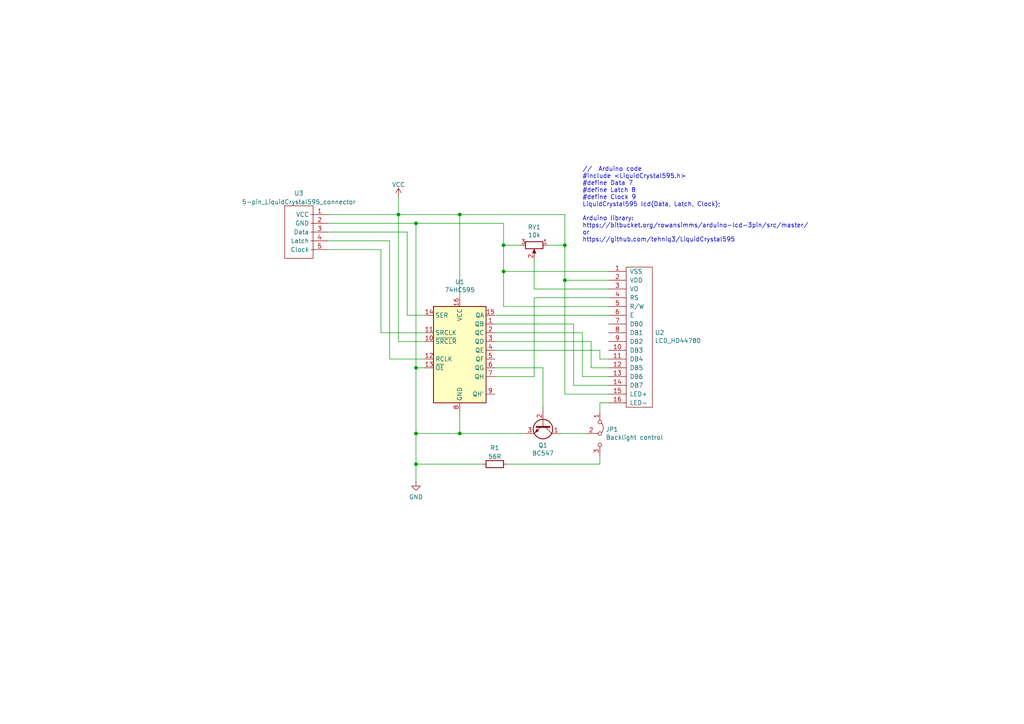
<source format=kicad_sch>
(kicad_sch (version 20211123) (generator eeschema)
  (paper "A4")
  (lib_symbols
    (symbol "3PinLCDBackpack-rescue:Jumper_3_Bridged12-Jumper" (pin_names (offset 0) hide)
      (property "Reference" "JP" (at -2.54 -2.54 0))
      (property "Value" "Jumper_3_Bridged12-Jumper" (at 0 2.794 0))
      (symbol "Jumper_3_Bridged12-Jumper_0_0"
        (circle (center -3.302 0) (radius 0.508))
        (circle (center 0 0) (radius 0.508))
        (circle (center 3.302 0) (radius 0.508))
      )
      (symbol "Jumper_3_Bridged12-Jumper_0_1"
        (arc (start -0.254 0.508) (mid -1.651 0.9912) (end -3.048 0.508))
        (polyline (pts (xy 0 -1.27) (xy 0 -0.508)))
      )
      (symbol "Jumper_3_Bridged12-Jumper_1_1"
        (pin passive line (at -6.35 0 0) (length 2.54) (name "A") (number "1"))
        (pin input line (at 0 -3.81 90) (length 2.54) (name "C") (number "2"))
        (pin passive line (at 6.35 0 180) (length 2.54) (name "B") (number "3"))
      )
    )
    (symbol "3PinLCDBackpack-rescue:R_POT-Device" (pin_names (offset 1.016) hide)
      (property "Reference" "RV" (at -4.445 0 90))
      (property "Value" "R_POT-Device" (at -2.54 0 90))
      (symbol "R_POT-Device_0_1"
        (polyline (pts (xy 2.54 0) (xy 1.524 0)))
        (polyline (pts (xy 1.143 0) (xy 2.286 0.508) (xy 2.286 -0.508) (xy 1.143 0)) (fill (type outline)))
        (rectangle (start 1.016 2.54) (end -1.016 -2.54) (stroke (width 0.254)))
      )
      (symbol "R_POT-Device_1_1"
        (pin passive line (at 0 3.81 270) (length 1.27) (name "1") (number "1"))
        (pin passive line (at 3.81 0 180) (length 1.27) (name "2") (number "2"))
        (pin passive line (at 0 -3.81 90) (length 1.27) (name "3") (number "3"))
      )
    )
    (symbol "74xx:74HC595"
      (property "Reference" "U" (at -7.62 13.97 0))
      (property "Value" "74HC595" (at -7.62 -16.51 0))
      (symbol "74HC595_1_0"
        (pin tri_state line (at 10.16 7.62 180) (length 2.54) (name "QB") (number "1"))
        (pin input line (at -10.16 2.54 0) (length 2.54) (name "~{SRCLR}") (number "10"))
        (pin input line (at -10.16 5.08 0) (length 2.54) (name "SRCLK") (number "11"))
        (pin input line (at -10.16 -2.54 0) (length 2.54) (name "RCLK") (number "12"))
        (pin input line (at -10.16 -5.08 0) (length 2.54) (name "~{OE}") (number "13"))
        (pin input line (at -10.16 10.16 0) (length 2.54) (name "SER") (number "14"))
        (pin tri_state line (at 10.16 10.16 180) (length 2.54) (name "QA") (number "15"))
        (pin power_in line (at 0 15.24 270) (length 2.54) (name "VCC") (number "16"))
        (pin tri_state line (at 10.16 5.08 180) (length 2.54) (name "QC") (number "2"))
        (pin tri_state line (at 10.16 2.54 180) (length 2.54) (name "QD") (number "3"))
        (pin tri_state line (at 10.16 0 180) (length 2.54) (name "QE") (number "4"))
        (pin tri_state line (at 10.16 -2.54 180) (length 2.54) (name "QF") (number "5"))
        (pin tri_state line (at 10.16 -5.08 180) (length 2.54) (name "QG") (number "6"))
        (pin tri_state line (at 10.16 -7.62 180) (length 2.54) (name "QH") (number "7"))
        (pin power_in line (at 0 -17.78 90) (length 2.54) (name "GND") (number "8"))
        (pin output line (at 10.16 -12.7 180) (length 2.54) (name "QH'") (number "9"))
      )
      (symbol "74HC595_1_1"
        (rectangle (start -7.62 12.7) (end 7.62 -15.24) (stroke (width 0.254)) (fill (type background)))
      )
    )
    (symbol "Device:R" (pin_numbers hide) (pin_names (offset 0))
      (property "Reference" "R" (at 2.032 0 90))
      (property "Value" "R" (at 0 0 90))
      (symbol "R_0_1"
        (rectangle (start -1.016 -2.54) (end 1.016 2.54) (stroke (width 0.254)))
      )
      (symbol "R_1_1"
        (pin passive line (at 0 3.81 270) (length 1.27) (name "~") (number "1"))
        (pin passive line (at 0 -3.81 90) (length 1.27) (name "~") (number "2"))
      )
    )
    (symbol "My_Headers:LCD_HD44780" (pin_names (offset 1.016))
      (property "Reference" "U" (at 6.35 2.54 0))
      (property "Value" "LCD_HD44780" (at 11.43 -40.64 0))
      (symbol "LCD_HD44780_0_1"
        (rectangle (start 5.08 1.27) (end 12.7 -39.37))
      )
      (symbol "LCD_HD44780_1_1"
        (pin input line (at 0 0 0) (length 5.08) (name "VSS") (number "1"))
        (pin input line (at 0 -22.86 0) (length 5.08) (name "DB3") (number "10"))
        (pin input line (at 0 -25.4 0) (length 5.08) (name "DB4") (number "11"))
        (pin input line (at 0 -27.94 0) (length 5.08) (name "DB5") (number "12"))
        (pin input line (at 0 -30.48 0) (length 5.08) (name "DB6") (number "13"))
        (pin input line (at 0 -33.02 0) (length 5.08) (name "DB7") (number "14"))
        (pin input line (at 0 -35.56 0) (length 5.08) (name "LED+") (number "15"))
        (pin input line (at 0 -38.1 0) (length 5.08) (name "LED-") (number "16"))
        (pin input line (at 0 -2.54 0) (length 5.08) (name "VDD") (number "2"))
        (pin input line (at 0 -5.08 0) (length 5.08) (name "VO") (number "3"))
        (pin input line (at 0 -7.62 0) (length 5.08) (name "RS") (number "4"))
        (pin input line (at 0 -10.16 0) (length 5.08) (name "R/W") (number "5"))
        (pin input line (at 0 -12.7 0) (length 5.08) (name "E") (number "6"))
        (pin input line (at 0 -15.24 0) (length 5.08) (name "DB0") (number "7"))
        (pin input line (at 0 -17.78 0) (length 5.08) (name "DB1") (number "8"))
        (pin input line (at 0 -20.32 0) (length 5.08) (name "DB2") (number "9"))
      )
    )
    (symbol "My_Parts:5-pin_LiquidCrystal595_connector"
      (property "Reference" "U" (at 5.715 4.445 0))
      (property "Value" "5-pin_LiquidCrystal595_connector" (at 5.08 -14.605 0))
      (symbol "5-pin_LiquidCrystal595_connector_0_1"
        (polyline (pts (xy 4.445 0) (xy 4.445 2.54) (xy 12.7 2.54) (xy 12.7 -12.7) (xy 5.08 -12.7) (xy 4.445 -12.7) (xy 4.445 0)) (stroke (width 0.1524)))
      )
      (symbol "5-pin_LiquidCrystal595_connector_1_1"
        (pin power_in line (at 0 0 0) (length 5.08) (name "VCC") (number "1"))
        (pin power_in line (at 0 -2.54 0) (length 5.08) (name "GND") (number "2"))
        (pin input line (at 0 -5.08 0) (length 5.08) (name "Data") (number "3"))
        (pin input line (at 0 -7.62 0) (length 5.08) (name "Latch") (number "4"))
        (pin input line (at 0 -10.16 0) (length 5.08) (name "Clock") (number "5"))
      )
    )
    (symbol "Transistor_BJT:BC547" (pin_names (offset 0) hide)
      (property "Reference" "Q" (at 5.08 1.905 0))
      (property "Value" "BC547" (at 5.08 0 0))
      (symbol "BC547_0_1"
        (polyline (pts (xy 0 0) (xy 0.635 0)))
        (polyline (pts (xy 0.635 0.635) (xy 2.54 2.54)))
        (polyline (pts (xy 0.635 -0.635) (xy 2.54 -2.54) (xy 2.54 -2.54)))
        (polyline (pts (xy 0.635 1.905) (xy 0.635 -1.905) (xy 0.635 -1.905)) (stroke (width 0.508)))
        (polyline (pts (xy 1.27 -1.778) (xy 1.778 -1.27) (xy 2.286 -2.286) (xy 1.27 -1.778) (xy 1.27 -1.778)) (fill (type outline)))
        (circle (center 1.27 0) (radius 2.8194) (stroke (width 0.254)))
      )
      (symbol "BC547_1_1"
        (pin passive line (at 2.54 5.08 270) (length 2.54) (name "C") (number "1"))
        (pin input line (at -5.08 0 0) (length 5.08) (name "B") (number "2"))
        (pin passive line (at 2.54 -5.08 90) (length 2.54) (name "E") (number "3"))
      )
    )
    (symbol "power:GND" (power) (pin_names (offset 0))
      (property "Value" "GND" (at 0 -3.81 0))
      (symbol "GND_0_1"
        (polyline (pts (xy 0 0) (xy 0 -1.27) (xy 1.27 -1.27) (xy 0 -2.54) (xy -1.27 -1.27) (xy 0 -1.27)))
      )
      (symbol "GND_1_1"
        (pin power_in line (at 0 0 270) (length 0) hide (name "GND") (number "1"))
      )
    )
    (symbol "power:VCC" (power) (pin_names (offset 0))
      (property "Value" "VCC" (at 0 3.81 0))
      (symbol "VCC_0_1"
        (polyline (pts (xy -0.762 1.27) (xy 0 2.54)))
        (polyline (pts (xy 0 0) (xy 0 2.54)))
        (polyline (pts (xy 0 2.54) (xy 0.762 1.27)))
      )
      (symbol "VCC_1_1"
        (pin power_in line (at 0 0 90) (length 0) hide (name "VCC") (number "1"))
      )
    )
  )
  (junction (at 115.57 62.23))
  (junction (at 146.05 71.12))
  (junction (at 146.05 78.74))
  (junction (at 120.65 106.68))
  (junction (at 163.83 71.12))
  (junction (at 120.65 134.62))
  (junction (at 133.35 62.23))
  (junction (at 163.83 81.28))
  (junction (at 133.35 125.73))
  (junction (at 120.65 64.77))
  (junction (at 120.65 125.73))
  (wire (pts (xy 176.53 116.84) (xy 173.99 116.84)))
  (wire (pts (xy 154.94 86.36) (xy 154.94 109.22)))
  (wire (pts (xy 157.48 106.68) (xy 157.48 118.11)))
  (wire (pts (xy 115.57 57.15) (xy 115.57 62.23)))
  (wire (pts (xy 115.57 99.06) (xy 115.57 62.23)))
  (wire (pts (xy 113.03 104.14) (xy 123.19 104.14)))
  (wire (pts (xy 163.83 71.12) (xy 163.83 81.28)))
  (wire (pts (xy 95.25 62.23) (xy 115.57 62.23)))
  (wire (pts (xy 118.11 67.31) (xy 95.25 67.31)))
  (wire (pts (xy 133.35 125.73) (xy 120.65 125.73)))
  (wire (pts (xy 151.13 71.12) (xy 146.05 71.12)))
  (wire (pts (xy 166.37 93.98) (xy 143.51 93.98)))
  (wire (pts (xy 133.35 62.23) (xy 163.83 62.23)))
  (wire (pts (xy 146.05 71.12) (xy 146.05 64.77)))
  (wire (pts (xy 163.83 114.3) (xy 163.83 81.28)))
  (wire (pts (xy 171.45 99.06) (xy 143.51 99.06)))
  (wire (pts (xy 115.57 62.23) (xy 133.35 62.23)))
  (wire (pts (xy 123.19 96.52) (xy 110.49 96.52)))
  (wire (pts (xy 163.83 81.28) (xy 176.53 81.28)))
  (wire (pts (xy 176.53 109.22) (xy 168.91 109.22)))
  (wire (pts (xy 173.99 104.14) (xy 173.99 101.6)))
  (wire (pts (xy 176.53 111.76) (xy 166.37 111.76)))
  (wire (pts (xy 113.03 69.85) (xy 113.03 104.14)))
  (wire (pts (xy 95.25 64.77) (xy 120.65 64.77)))
  (wire (pts (xy 176.53 91.44) (xy 143.51 91.44)))
  (wire (pts (xy 143.51 106.68) (xy 157.48 106.68)))
  (wire (pts (xy 110.49 72.39) (xy 110.49 96.52)))
  (wire (pts (xy 120.65 125.73) (xy 120.65 106.68)))
  (wire (pts (xy 120.65 125.73) (xy 120.65 134.62)))
  (wire (pts (xy 154.94 83.82) (xy 154.94 74.93)))
  (wire (pts (xy 152.4 125.73) (xy 133.35 125.73)))
  (wire (pts (xy 120.65 106.68) (xy 120.65 64.77)))
  (wire (pts (xy 166.37 111.76) (xy 166.37 93.98)))
  (wire (pts (xy 113.03 69.85) (xy 95.25 69.85)))
  (wire (pts (xy 118.11 67.31) (xy 118.11 91.44)))
  (wire (pts (xy 146.05 88.9) (xy 176.53 88.9)))
  (wire (pts (xy 123.19 99.06) (xy 115.57 99.06)))
  (wire (pts (xy 146.05 64.77) (xy 120.65 64.77)))
  (wire (pts (xy 176.53 114.3) (xy 163.83 114.3)))
  (wire (pts (xy 176.53 86.36) (xy 154.94 86.36)))
  (wire (pts (xy 168.91 109.22) (xy 168.91 96.52)))
  (wire (pts (xy 163.83 71.12) (xy 158.75 71.12)))
  (wire (pts (xy 120.65 134.62) (xy 139.7 134.62)))
  (wire (pts (xy 176.53 104.14) (xy 173.99 104.14)))
  (wire (pts (xy 146.05 78.74) (xy 176.53 78.74)))
  (wire (pts (xy 154.94 109.22) (xy 143.51 109.22)))
  (wire (pts (xy 120.65 134.62) (xy 120.65 139.7)))
  (wire (pts (xy 168.91 96.52) (xy 143.51 96.52)))
  (wire (pts (xy 176.53 106.68) (xy 171.45 106.68)))
  (wire (pts (xy 170.18 125.73) (xy 162.56 125.73)))
  (wire (pts (xy 176.53 83.82) (xy 154.94 83.82)))
  (wire (pts (xy 120.65 106.68) (xy 123.19 106.68)))
  (wire (pts (xy 171.45 106.68) (xy 171.45 99.06)))
  (wire (pts (xy 173.99 119.38) (xy 173.99 116.84)))
  (wire (pts (xy 173.99 132.08) (xy 173.99 134.62)))
  (wire (pts (xy 133.35 86.36) (xy 133.35 62.23)))
  (wire (pts (xy 147.32 134.62) (xy 173.99 134.62)))
  (wire (pts (xy 146.05 88.9) (xy 146.05 78.74)))
  (wire (pts (xy 163.83 62.23) (xy 163.83 71.12)))
  (wire (pts (xy 173.99 101.6) (xy 143.51 101.6)))
  (wire (pts (xy 110.49 72.39) (xy 95.25 72.39)))
  (wire (pts (xy 123.19 91.44) (xy 118.11 91.44)))
  (wire (pts (xy 133.35 125.73) (xy 133.35 119.38)))
  (wire (pts (xy 146.05 78.74) (xy 146.05 71.12)))
  (text "//  Arduino code\n#include <LiquidCrystal595.h>\n#define Data 7\n#define Latch 8\n#define Clock 9\nLiquidCrystal595 lcd(Data, Latch, Clock); \n\nArduino library:\nhttps://bitbucket.org/rowansimms/arduino-lcd-3pin/src/master/\nor\nhttps://github.com/tehniq3/LiquidCrystal595\n\n" (at 168.91 72.39 0) (effects (font (size 1.27 1.27)) (justify left bottom)))
  (symbol (lib_id "74xx:74HC595") (at 133.35 101.6 0) (unit 1)
    (property "Reference" "U1" (at 133.35 81.7626 0))
    (property "Value" "74HC595" (at 133.35 84.074 0))
    (property "Footprint" "My_Misc:DIP-16_W7.62mm_LongPads w socket" (effects hide))
    (property "Datasheet" "http://www.ti.com/lit/ds/symlink/sn74hc595.pdf" (effects hide))
  )
  (symbol (lib_id "My_Headers:LCD_HD44780") (at 176.53 78.74 0) (unit 1)
    (property "Reference" "U2" (at 189.9412 96.4946 0) (effects (justify left)))
    (property "Value" "LCD_HD44780" (at 189.9412 98.806 0) (effects (justify left)))
    (property "Footprint" "My_Parts:LCD_HD44780_16x2_w_headers_no outlinelarge" (effects hide))
  )
  (symbol (lib_id "Transistor_BJT:BC547") (at 157.48 123.19 270) (unit 1)
    (property "Reference" "Q1" (at 157.48 129.159 90))
    (property "Value" "BC547" (at 157.48 131.4704 90))
    (property "Footprint" "My_Misc:TO-92_Inline_Wide_large" (effects hide))
    (property "Datasheet" "https://www.onsemi.com/pub/Collateral/BC550-D.pdf" (effects hide))
  )
  (symbol (lib_id "3PinLCDBackpack-rescue:R_POT-Device") (at 154.94 71.12 270) (unit 1)
    (property "Reference" "RV1" (at 154.94 65.8622 90))
    (property "Value" "10k" (at 154.94 68.1736 90))
    (property "Footprint" "My_Misc:Potentiometer_Bourns_3339P_Vertical_large" (effects hide))
  )
  (symbol (lib_id "3PinLCDBackpack-rescue:Jumper_3_Bridged12-Jumper") (at 173.99 125.73 270) (unit 1)
    (property "Reference" "JP1" (at 175.6664 124.5616 90) (effects (justify left)))
    (property "Value" "Backlight control" (at 175.6664 126.873 90) (effects (justify left)))
    (property "Footprint" "My_Parts:Jumper_1x03_P2.54mm_large" (effects hide))
  )
  (symbol (lib_id "power:GND") (at 120.65 139.7 0) (unit 1)
    (property "Reference" "#PWR0101" (effects hide))
    (property "Value" "GND" (at 120.65 144.1434 0))
  )
  (symbol (lib_id "My_Parts:5-pin_LiquidCrystal595_connector") (at 95.25 62.23 0) (mirror y) (unit 1)
    (property "Reference" "U3" (at 86.6775 56.041 0))
    (property "Value" "5-pin_LiquidCrystal595_connector" (at 86.6775 58.5779 0))
    (property "Footprint" "My_Headers:5-pin JST LiquidCrystal595" (effects hide))
  )
  (symbol (lib_id "power:VCC") (at 115.57 57.15 0) (unit 1)
    (property "Reference" "#PWR0102" (effects hide))
    (property "Value" "VCC" (at 115.57 53.5742 0))
  )
  (symbol (lib_id "Device:R") (at 143.51 134.62 90) (unit 1)
    (property "Reference" "R1" (at 143.51 129.9042 90))
    (property "Value" "56R" (at 143.51 132.4411 90))
    (property "Footprint" "My_Misc:R_Axial_DIN0207_L6.3mm_D2.5mm_P10.16mm_Horizontal_larger_pads" (effects hide))
  )
)
</source>
